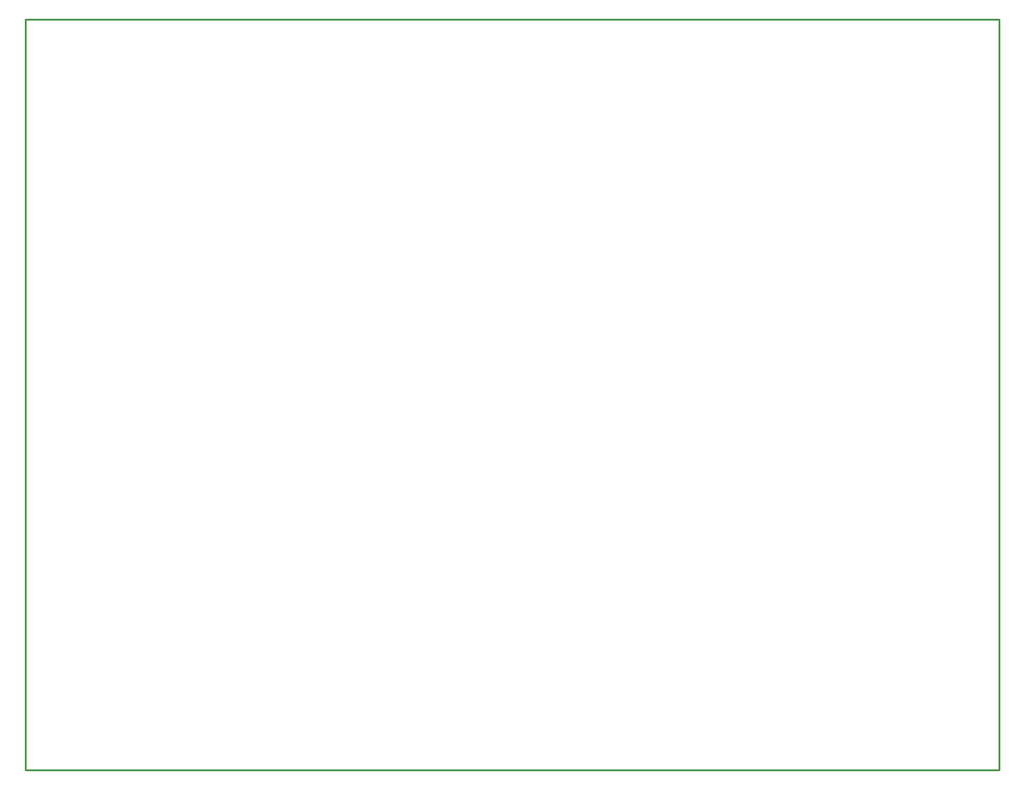
<source format=gko>
G04 Layer: BoardOutlineLayer*
G04 EasyEDA v6.5.22, 2023-02-01 00:42:27*
G04 7127771f42f84564bfbaeca74c76f867,1155796f3fab4927abb0b91c794f2a8a,10*
G04 Gerber Generator version 0.2*
G04 Scale: 100 percent, Rotated: No, Reflected: No *
G04 Dimensions in millimeters *
G04 leading zeros omitted , absolute positions ,4 integer and 5 decimal *
%FSLAX45Y45*%
%MOMM*%

%ADD10C,0.2540*%
D10*
X610107Y8599931D02*
G01*
X610107Y10594847D01*
X14214856Y10594847D01*
X14214856Y100076D01*
X610107Y100076D01*
X610107Y8599931D01*
X610107Y8599931D01*

%LPD*%
M02*

</source>
